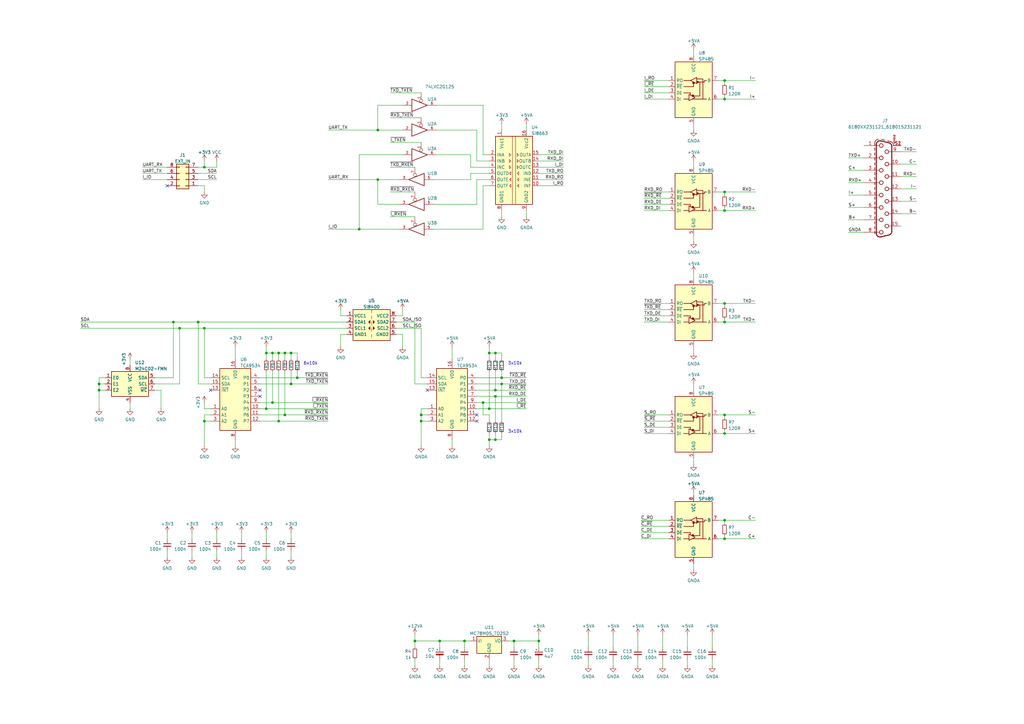
<source format=kicad_sch>
(kicad_sch (version 20211123) (generator eeschema)
  (paper "A3")
  (title_block (title "icE1usb RS422 extension") (date "2022-08-15") (rev "0.1"))
  (junction (at 83.82 172.72))
  (junction (at 190.5 262.89))
  (junction (at 297.18 177.8))
  (junction (at 297.18 124.46))
  (junction (at 297.18 170.18))
  (junction (at 210.82 262.89))
  (junction (at 116.84 144.78))
  (junction (at 40.64 160.02))
  (junction (at 116.84 170.18))
  (junction (at 297.18 213.36))
  (junction (at 73.66 134.62))
  (junction (at 119.38 144.78))
  (junction (at 147.32 93.98))
  (junction (at 205.74 157.48))
  (junction (at 297.18 132.08))
  (junction (at 172.72 170.18))
  (junction (at 200.66 180.34))
  (junction (at 109.22 144.78))
  (junction (at 297.18 40.64))
  (junction (at 203.2 162.56))
  (junction (at 83.82 68.58))
  (junction (at 203.2 160.02))
  (junction (at 200.66 144.78))
  (junction (at 109.22 167.64))
  (junction (at 40.64 157.48))
  (junction (at 170.18 262.89))
  (junction (at 297.18 78.74))
  (junction (at 119.38 157.48))
  (junction (at 203.2 180.34))
  (junction (at 71.12 132.08))
  (junction (at 297.18 220.98))
  (junction (at 114.3 144.78))
  (junction (at 121.92 154.94))
  (junction (at 297.18 33.02))
  (junction (at 200.66 167.64))
  (junction (at 154.94 53.34))
  (junction (at 111.76 144.78))
  (junction (at 220.98 262.89))
  (junction (at 198.12 165.1))
  (junction (at 154.94 73.66))
  (junction (at 111.76 165.1))
  (junction (at 81.28 132.08))
  (junction (at 297.18 86.36))
  (junction (at 203.2 144.78))
  (junction (at 205.74 154.94))
  (junction (at 114.3 172.72))
  (junction (at 180.34 262.89))
  (junction (at 83.82 134.62))
  (junction (at 172.72 172.72))
  (no_connect (at 86.36 160.02))
  (no_connect (at 175.26 160.02))
  (no_connect (at 68.58 76.2))
  (no_connect (at 106.68 162.56))
  (no_connect (at 106.68 160.02))
  (no_connect (at 195.58 170.18))
  (no_connect (at 195.58 172.72))
  (wire (pts (xy 73.66 157.48) (xy 73.66 134.62)))
  (wire (pts (xy 200.66 152.4) (xy 200.66 167.64)))
  (wire (pts (xy 294.64 124.46) (xy 297.18 124.46)))
  (wire (pts (xy 160.02 58.42) (xy 172.72 58.42)))
  (wire (pts (xy 198.12 76.2) (xy 200.66 76.2)))
  (wire (pts (xy 195.58 83.82) (xy 195.58 73.66)))
  (wire (pts (xy 170.18 262.89) (xy 170.18 265.43)))
  (wire (pts (xy 78.74 218.44) (xy 78.74 220.98)))
  (wire (pts (xy 264.16 129.54) (xy 274.32 129.54)))
  (wire (pts (xy 83.82 76.2) (xy 83.82 78.74)))
  (wire (pts (xy 193.04 63.5) (xy 193.04 68.58)))
  (wire (pts (xy 294.64 33.02) (xy 297.18 33.02)))
  (wire (pts (xy 210.82 270.51) (xy 210.82 273.05)))
  (wire (pts (xy 297.18 85.09) (xy 297.18 86.36)))
  (wire (pts (xy 88.9 226.06) (xy 88.9 228.6)))
  (wire (pts (xy 369.57 62.23) (xy 375.92 62.23)))
  (wire (pts (xy 114.3 172.72) (xy 134.62 172.72)))
  (wire (pts (xy 297.18 39.37) (xy 297.18 40.64)))
  (wire (pts (xy 116.84 152.4) (xy 116.84 170.18)))
  (wire (pts (xy 81.28 73.66) (xy 88.9 73.66)))
  (wire (pts (xy 180.34 262.89) (xy 190.5 262.89)))
  (wire (pts (xy 264.16 172.72) (xy 274.32 172.72)))
  (wire (pts (xy 83.82 134.62) (xy 83.82 154.94)))
  (wire (pts (xy 88.9 218.44) (xy 88.9 220.98)))
  (wire (pts (xy 172.72 134.62) (xy 162.56 134.62)))
  (wire (pts (xy 162.56 132.08) (xy 170.18 132.08)))
  (wire (pts (xy 210.82 262.89) (xy 210.82 265.43)))
  (wire (pts (xy 119.38 226.06) (xy 119.38 228.6)))
  (wire (pts (xy 264.16 38.1) (xy 274.32 38.1)))
  (wire (pts (xy 200.66 180.34) (xy 200.66 182.88)))
  (wire (pts (xy 284.48 142.24) (xy 284.48 144.78)))
  (wire (pts (xy 205.74 157.48) (xy 215.9 157.48)))
  (wire (pts (xy 119.38 144.78) (xy 121.92 144.78)))
  (wire (pts (xy 215.9 86.36) (xy 215.9 88.9)))
  (wire (pts (xy 284.48 50.8) (xy 284.48 53.34)))
  (wire (pts (xy 162.56 137.16) (xy 165.1 137.16)))
  (wire (pts (xy 200.66 270.51) (xy 200.66 273.05)))
  (wire (pts (xy 119.38 144.78) (xy 119.38 147.32)))
  (wire (pts (xy 264.16 83.82) (xy 274.32 83.82)))
  (wire (pts (xy 264.16 35.56) (xy 274.32 35.56)))
  (wire (pts (xy 40.64 157.48) (xy 40.64 160.02)))
  (wire (pts (xy 81.28 132.08) (xy 142.24 132.08)))
  (wire (pts (xy 111.76 165.1) (xy 134.62 165.1)))
  (wire (pts (xy 172.72 172.72) (xy 172.72 182.88)))
  (wire (pts (xy 68.58 218.44) (xy 68.58 220.98)))
  (wire (pts (xy 154.94 83.82) (xy 163.83 83.82)))
  (wire (pts (xy 210.82 262.89) (xy 220.98 262.89)))
  (wire (pts (xy 81.28 71.12) (xy 88.9 71.12)))
  (wire (pts (xy 264.16 177.8) (xy 274.32 177.8)))
  (wire (pts (xy 241.3 260.35) (xy 241.3 265.43)))
  (wire (pts (xy 297.18 33.02) (xy 309.88 33.02)))
  (wire (pts (xy 292.1 270.51) (xy 292.1 273.05)))
  (wire (pts (xy 262.89 220.98) (xy 274.32 220.98)))
  (wire (pts (xy 198.12 165.1) (xy 215.9 165.1)))
  (wire (pts (xy 81.28 68.58) (xy 83.82 68.58)))
  (wire (pts (xy 114.3 144.78) (xy 114.3 147.32)))
  (wire (pts (xy 71.12 132.08) (xy 81.28 132.08)))
  (wire (pts (xy 347.98 90.17) (xy 354.33 90.17)))
  (wire (pts (xy 185.42 142.24) (xy 185.42 147.32)))
  (wire (pts (xy 284.48 203.2) (xy 284.48 201.93)))
  (wire (pts (xy 160.02 48.26) (xy 172.72 48.26)))
  (wire (pts (xy 172.72 154.94) (xy 172.72 134.62)))
  (wire (pts (xy 109.22 144.78) (xy 111.76 144.78)))
  (wire (pts (xy 294.64 177.8) (xy 297.18 177.8)))
  (wire (pts (xy 83.82 170.18) (xy 86.36 170.18)))
  (wire (pts (xy 116.84 144.78) (xy 119.38 144.78)))
  (wire (pts (xy 205.74 177.8) (xy 205.74 180.34)))
  (wire (pts (xy 195.58 162.56) (xy 203.2 162.56)))
  (wire (pts (xy 170.18 132.08) (xy 170.18 157.48)))
  (wire (pts (xy 200.66 144.78) (xy 200.66 147.32)))
  (wire (pts (xy 53.34 165.1) (xy 53.34 167.64)))
  (wire (pts (xy 220.98 262.89) (xy 220.98 265.43)))
  (wire (pts (xy 106.68 157.48) (xy 119.38 157.48)))
  (wire (pts (xy 297.18 78.74) (xy 309.88 78.74)))
  (wire (pts (xy 262.89 218.44) (xy 274.32 218.44)))
  (wire (pts (xy 220.98 68.58) (xy 231.14 68.58)))
  (wire (pts (xy 203.2 144.78) (xy 203.2 147.32)))
  (wire (pts (xy 154.94 43.18) (xy 165.1 43.18)))
  (wire (pts (xy 175.26 154.94) (xy 172.72 154.94)))
  (wire (pts (xy 264.16 33.02) (xy 274.32 33.02)))
  (wire (pts (xy 294.64 213.36) (xy 297.18 213.36)))
  (wire (pts (xy 203.2 162.56) (xy 215.9 162.56)))
  (wire (pts (xy 109.22 152.4) (xy 109.22 167.64)))
  (wire (pts (xy 109.22 142.24) (xy 109.22 144.78)))
  (wire (pts (xy 215.9 50.8) (xy 215.9 53.34)))
  (wire (pts (xy 170.18 260.35) (xy 170.18 262.89)))
  (wire (pts (xy 190.5 262.89) (xy 190.5 265.43)))
  (wire (pts (xy 193.04 71.12) (xy 193.04 73.66)))
  (wire (pts (xy 185.42 180.34) (xy 185.42 182.88)))
  (wire (pts (xy 195.58 160.02) (xy 203.2 160.02)))
  (wire (pts (xy 195.58 157.48) (xy 205.74 157.48)))
  (wire (pts (xy 297.18 177.8) (xy 309.88 177.8)))
  (wire (pts (xy 170.18 262.89) (xy 180.34 262.89)))
  (wire (pts (xy 43.18 154.94) (xy 40.64 154.94)))
  (wire (pts (xy 200.66 177.8) (xy 200.66 180.34)))
  (wire (pts (xy 347.98 95.25) (xy 354.33 95.25)))
  (wire (pts (xy 294.64 170.18) (xy 297.18 170.18)))
  (wire (pts (xy 297.18 176.53) (xy 297.18 177.8)))
  (wire (pts (xy 58.42 68.58) (xy 68.58 68.58)))
  (wire (pts (xy 200.66 63.5) (xy 198.12 63.5)))
  (wire (pts (xy 134.62 93.98) (xy 147.32 93.98)))
  (wire (pts (xy 71.12 154.94) (xy 71.12 132.08)))
  (wire (pts (xy 40.64 157.48) (xy 43.18 157.48)))
  (wire (pts (xy 297.18 124.46) (xy 297.18 125.73)))
  (wire (pts (xy 119.38 218.44) (xy 119.38 220.98)))
  (wire (pts (xy 109.22 144.78) (xy 109.22 147.32)))
  (wire (pts (xy 284.48 187.96) (xy 284.48 190.5)))
  (wire (pts (xy 264.16 78.74) (xy 274.32 78.74)))
  (wire (pts (xy 179.07 53.34) (xy 195.58 53.34)))
  (wire (pts (xy 297.18 78.74) (xy 297.18 80.01)))
  (wire (pts (xy 86.36 157.48) (xy 81.28 157.48)))
  (wire (pts (xy 81.28 76.2) (xy 83.82 76.2)))
  (wire (pts (xy 271.78 270.51) (xy 271.78 273.05)))
  (wire (pts (xy 220.98 66.04) (xy 231.14 66.04)))
  (wire (pts (xy 154.94 73.66) (xy 163.83 73.66)))
  (wire (pts (xy 180.34 270.51) (xy 180.34 273.05)))
  (wire (pts (xy 198.12 165.1) (xy 198.12 170.18)))
  (wire (pts (xy 297.18 132.08) (xy 309.88 132.08)))
  (wire (pts (xy 195.58 53.34) (xy 195.58 66.04)))
  (wire (pts (xy 208.28 262.89) (xy 210.82 262.89)))
  (wire (pts (xy 121.92 147.32) (xy 121.92 144.78)))
  (wire (pts (xy 106.68 154.94) (xy 121.92 154.94)))
  (wire (pts (xy 154.94 73.66) (xy 154.94 83.82)))
  (wire (pts (xy 190.5 262.89) (xy 193.04 262.89)))
  (wire (pts (xy 99.06 226.06) (xy 99.06 228.6)))
  (wire (pts (xy 179.07 63.5) (xy 193.04 63.5)))
  (wire (pts (xy 177.8 83.82) (xy 195.58 83.82)))
  (wire (pts (xy 264.16 86.36) (xy 274.32 86.36)))
  (wire (pts (xy 33.02 134.62) (xy 73.66 134.62)))
  (wire (pts (xy 83.82 134.62) (xy 142.24 134.62)))
  (wire (pts (xy 297.18 86.36) (xy 309.88 86.36)))
  (wire (pts (xy 294.64 78.74) (xy 297.18 78.74)))
  (wire (pts (xy 205.74 86.36) (xy 205.74 88.9)))
  (wire (pts (xy 73.66 134.62) (xy 83.82 134.62)))
  (wire (pts (xy 78.74 226.06) (xy 78.74 228.6)))
  (wire (pts (xy 53.34 147.32) (xy 53.34 149.86)))
  (wire (pts (xy 294.64 40.64) (xy 297.18 40.64)))
  (wire (pts (xy 261.62 270.51) (xy 261.62 273.05)))
  (wire (pts (xy 81.28 132.08) (xy 81.28 157.48)))
  (wire (pts (xy 261.62 260.35) (xy 261.62 265.43)))
  (wire (pts (xy 203.2 144.78) (xy 205.74 144.78)))
  (wire (pts (xy 284.48 111.76) (xy 284.48 114.3)))
  (wire (pts (xy 83.82 172.72) (xy 83.82 170.18)))
  (wire (pts (xy 271.78 260.35) (xy 271.78 265.43)))
  (wire (pts (xy 165.1 127) (xy 165.1 129.54)))
  (wire (pts (xy 203.2 162.56) (xy 203.2 172.72)))
  (wire (pts (xy 114.3 144.78) (xy 116.84 144.78)))
  (wire (pts (xy 220.98 270.51) (xy 220.98 273.05)))
  (wire (pts (xy 83.82 66.04) (xy 83.82 68.58)))
  (wire (pts (xy 284.48 157.48) (xy 284.48 160.02)))
  (wire (pts (xy 262.89 213.36) (xy 274.32 213.36)))
  (wire (pts (xy 175.26 167.64) (xy 172.72 167.64)))
  (wire (pts (xy 40.64 154.94) (xy 40.64 157.48)))
  (wire (pts (xy 294.64 132.08) (xy 297.18 132.08)))
  (wire (pts (xy 284.48 20.32) (xy 284.48 22.86)))
  (wire (pts (xy 147.32 63.5) (xy 147.32 93.98)))
  (wire (pts (xy 99.06 218.44) (xy 99.06 220.98)))
  (wire (pts (xy 83.82 172.72) (xy 86.36 172.72)))
  (wire (pts (xy 200.66 144.78) (xy 203.2 144.78)))
  (wire (pts (xy 172.72 167.64) (xy 172.72 170.18)))
  (wire (pts (xy 83.82 182.88) (xy 83.82 172.72)))
  (wire (pts (xy 205.74 152.4) (xy 205.74 154.94)))
  (wire (pts (xy 262.89 215.9) (xy 274.32 215.9)))
  (wire (pts (xy 165.1 137.16) (xy 165.1 142.24)))
  (wire (pts (xy 281.94 270.51) (xy 281.94 273.05)))
  (wire (pts (xy 139.7 129.54) (xy 139.7 127)))
  (wire (pts (xy 179.07 43.18) (xy 198.12 43.18)))
  (wire (pts (xy 63.5 157.48) (xy 73.66 157.48)))
  (wire (pts (xy 205.74 154.94) (xy 215.9 154.94)))
  (wire (pts (xy 203.2 180.34) (xy 200.66 180.34)))
  (wire (pts (xy 83.82 165.1) (xy 83.82 167.64)))
  (wire (pts (xy 369.57 77.47) (xy 375.92 77.47)))
  (wire (pts (xy 195.58 165.1) (xy 198.12 165.1)))
  (wire (pts (xy 134.62 73.66) (xy 154.94 73.66)))
  (wire (pts (xy 220.98 260.35) (xy 220.98 262.89)))
  (wire (pts (xy 203.2 177.8) (xy 203.2 180.34)))
  (wire (pts (xy 119.38 157.48) (xy 134.62 157.48)))
  (wire (pts (xy 347.98 85.09) (xy 354.33 85.09)))
  (wire (pts (xy 203.2 152.4) (xy 203.2 160.02)))
  (wire (pts (xy 284.48 96.52) (xy 284.48 99.06)))
  (wire (pts (xy 106.68 167.64) (xy 109.22 167.64)))
  (wire (pts (xy 264.16 175.26) (xy 274.32 175.26)))
  (wire (pts (xy 83.82 68.58) (xy 88.9 68.58)))
  (wire (pts (xy 111.76 152.4) (xy 111.76 165.1)))
  (wire (pts (xy 160.02 88.9) (xy 170.18 88.9)))
  (wire (pts (xy 106.68 170.18) (xy 116.84 170.18)))
  (wire (pts (xy 170.18 270.51) (xy 170.18 273.05)))
  (wire (pts (xy 154.94 43.18) (xy 154.94 53.34)))
  (wire (pts (xy 297.18 124.46) (xy 309.88 124.46)))
  (wire (pts (xy 180.34 262.89) (xy 180.34 265.43)))
  (wire (pts (xy 121.92 152.4) (xy 121.92 154.94)))
  (wire (pts (xy 106.68 165.1) (xy 111.76 165.1)))
  (wire (pts (xy 63.5 154.94) (xy 71.12 154.94)))
  (wire (pts (xy 116.84 170.18) (xy 134.62 170.18)))
  (wire (pts (xy 172.72 170.18) (xy 175.26 170.18)))
  (wire (pts (xy 193.04 68.58) (xy 200.66 68.58)))
  (wire (pts (xy 40.64 160.02) (xy 40.64 167.64)))
  (wire (pts (xy 165.1 129.54) (xy 162.56 129.54)))
  (wire (pts (xy 297.18 213.36) (xy 297.18 214.63)))
  (wire (pts (xy 139.7 137.16) (xy 139.7 142.24)))
  (wire (pts (xy 205.74 50.8) (xy 205.74 53.34)))
  (wire (pts (xy 297.18 170.18) (xy 309.88 170.18)))
  (wire (pts (xy 190.5 270.51) (xy 190.5 273.05)))
  (wire (pts (xy 116.84 144.78) (xy 116.84 147.32)))
  (wire (pts (xy 264.16 170.18) (xy 274.32 170.18)))
  (wire (pts (xy 195.58 73.66) (xy 200.66 73.66)))
  (wire (pts (xy 195.58 66.04) (xy 200.66 66.04)))
  (wire (pts (xy 96.52 180.34) (xy 96.52 182.88)))
  (wire (pts (xy 369.57 82.55) (xy 375.92 82.55)))
  (wire (pts (xy 264.16 124.46) (xy 274.32 124.46)))
  (wire (pts (xy 147.32 63.5) (xy 165.1 63.5)))
  (wire (pts (xy 200.66 170.18) (xy 198.12 170.18)))
  (wire (pts (xy 292.1 260.35) (xy 292.1 265.43)))
  (wire (pts (xy 294.64 86.36) (xy 297.18 86.36)))
  (wire (pts (xy 297.18 130.81) (xy 297.18 132.08)))
  (wire (pts (xy 264.16 40.64) (xy 274.32 40.64)))
  (wire (pts (xy 109.22 167.64) (xy 134.62 167.64)))
  (wire (pts (xy 40.64 160.02) (xy 43.18 160.02)))
  (wire (pts (xy 66.04 160.02) (xy 66.04 167.64)))
  (wire (pts (xy 109.22 218.44) (xy 109.22 220.98)))
  (wire (pts (xy 205.74 157.48) (xy 205.74 172.72)))
  (wire (pts (xy 369.57 87.63) (xy 375.92 87.63)))
  (wire (pts (xy 160.02 38.1) (xy 172.72 38.1)))
  (wire (pts (xy 284.48 66.04) (xy 284.48 68.58)))
  (wire (pts (xy 96.52 142.24) (xy 96.52 147.32)))
  (wire (pts (xy 294.64 220.98) (xy 297.18 220.98)))
  (wire (pts (xy 58.42 71.12) (xy 68.58 71.12)))
  (wire (pts (xy 86.36 154.94) (xy 83.82 154.94)))
  (wire (pts (xy 195.58 167.64) (xy 200.66 167.64)))
  (wire (pts (xy 172.72 170.18) (xy 172.72 172.72)))
  (wire (pts (xy 119.38 152.4) (xy 119.38 157.48)))
  (wire (pts (xy 114.3 152.4) (xy 114.3 172.72)))
  (wire (pts (xy 297.18 40.64) (xy 309.88 40.64)))
  (wire (pts (xy 264.16 127) (xy 274.32 127)))
  (wire (pts (xy 33.02 132.08) (xy 71.12 132.08)))
  (wire (pts (xy 198.12 93.98) (xy 198.12 76.2)))
  (wire (pts (xy 297.18 33.02) (xy 297.18 34.29)))
  (wire (pts (xy 83.82 167.64) (xy 86.36 167.64)))
  (wire (pts (xy 347.98 64.77) (xy 354.33 64.77)))
  (wire (pts (xy 177.8 93.98) (xy 198.12 93.98)))
  (wire (pts (xy 281.94 260.35) (xy 281.94 265.43)))
  (wire (pts (xy 220.98 76.2) (xy 231.14 76.2)))
  (wire (pts (xy 347.98 74.93) (xy 354.33 74.93)))
  (wire (pts (xy 284.48 231.14) (xy 284.48 233.68)))
  (wire (pts (xy 88.9 66.04) (xy 88.9 68.58)))
  (wire (pts (xy 251.46 270.51) (xy 251.46 273.05)))
  (wire (pts (xy 63.5 160.02) (xy 66.04 160.02)))
  (wire (pts (xy 347.98 69.85) (xy 354.33 69.85)))
  (wire (pts (xy 106.68 172.72) (xy 114.3 172.72)))
  (wire (pts (xy 347.98 80.01) (xy 354.33 80.01)))
  (wire (pts (xy 195.58 154.94) (xy 205.74 154.94)))
  (wire (pts (xy 369.57 67.31) (xy 375.92 67.31)))
  (wire (pts (xy 297.18 170.18) (xy 297.18 171.45)))
  (wire (pts (xy 111.76 144.78) (xy 114.3 144.78)))
  (wire (pts (xy 142.24 129.54) (xy 139.7 129.54)))
  (wire (pts (xy 154.94 53.34) (xy 165.1 53.34)))
  (wire (pts (xy 220.98 73.66) (xy 231.14 73.66)))
  (wire (pts (xy 220.98 71.12) (xy 231.14 71.12)))
  (wire (pts (xy 200.66 167.64) (xy 215.9 167.64)))
  (wire (pts (xy 147.32 93.98) (xy 163.83 93.98)))
  (wire (pts (xy 251.46 260.35) (xy 251.46 265.43)))
  (wire (pts (xy 220.98 63.5) (xy 231.14 63.5)))
  (wire (pts (xy 297.18 213.36) (xy 309.88 213.36)))
  (wire (pts (xy 369.57 72.39) (xy 375.92 72.39)))
  (wire (pts (xy 170.18 157.48) (xy 175.26 157.48)))
  (wire (pts (xy 297.18 220.98) (xy 309.88 220.98)))
  (wire (pts (xy 111.76 144.78) (xy 111.76 147.32)))
  (wire (pts (xy 203.2 180.34) (xy 205.74 180.34)))
  (wire (pts (xy 68.58 226.06) (xy 68.58 228.6)))
  (wire (pts (xy 177.8 73.66) (xy 193.04 73.66)))
  (wire (pts (xy 109.22 226.06) (xy 109.22 228.6)))
  (wire (pts (xy 264.16 132.08) (xy 274.32 132.08)))
  (wire (pts (xy 200.66 172.72) (xy 200.66 170.18)))
  (wire (pts (xy 241.3 270.51) (xy 241.3 273.05)))
  (wire (pts (xy 160.02 78.74) (xy 170.18 78.74)))
  (wire (pts (xy 205.74 144.78) (xy 205.74 147.32)))
  (wire (pts (xy 172.72 172.72) (xy 175.26 172.72)))
  (wire (pts (xy 200.66 142.24) (xy 200.66 144.78)))
  (wire (pts (xy 200.66 71.12) (xy 193.04 71.12)))
  (wire (pts (xy 203.2 160.02) (xy 215.9 160.02)))
  (wire (pts (xy 58.42 73.66) (xy 68.58 73.66)))
  (wire (pts (xy 121.92 154.94) (xy 134.62 154.94)))
  (wire (pts (xy 264.16 81.28) (xy 274.32 81.28)))
  (wire (pts (xy 134.62 53.34) (xy 154.94 53.34)))
  (wire (pts (xy 297.18 220.98) (xy 297.18 219.71)))
  (wire (pts (xy 198.12 63.5) (xy 198.12 43.18)))
  (wire (pts (xy 142.24 137.16) (xy 139.7 137.16)))
  (wire (pts (xy 160.02 68.58) (xy 170.18 68.58)))
  (text "6x10k" (at 124.46 149.86 0) (effects (font (size 1.27 1.27)) (justify left bottom)))
  (text "3x10k" (at 208.28 177.8 0) (effects (font (size 1.27 1.27)) (justify left bottom)))
  (text "3x10k" (at 208.28 149.86 0) (effects (font (size 1.27 1.27)) (justify left bottom)))
  (label "TXD_DI" (at 264.16 132.08 0))
  (label "~{TXD_TXEN}" (at 160.02 38.1 0))
  (label "TXD+" (at 347.98 64.77 0))
  (label "C_DE" (at 262.89 218.44 0))
  (label "S+" (at 309.88 177.8 180))
  (label "SCL" (at 88.9 73.66 180))
  (label "SDA" (at 88.9 71.12 180))
  (label "C-" (at 375.92 67.31 180))
  (label "S_RO" (at 264.16 170.18 0))
  (label "RXD_DI" (at 264.16 86.36 0))
  (label "B+" (at 347.98 90.17 0))
  (label "~{TXD_TXEN}" (at 134.62 157.48 180))
  (label "GNDA" (at 347.98 95.25 0))
  (label "UART_TX" (at 134.62 53.34 0))
  (label "TXD_DI" (at 231.14 63.5 180))
  (label "UART_RX" (at 58.42 68.58 0))
  (label "RXD_RO" (at 231.14 73.66 180))
  (label "S_DE" (at 264.16 175.26 0))
  (label "RXD-" (at 309.88 78.74 180))
  (label "~{C_RE}" (at 262.89 215.9 0))
  (label "SCL_ISO" (at 165.1 134.62 0))
  (label "S-" (at 375.92 82.55 180))
  (label "~{I_TXEN}" (at 160.02 58.42 0))
  (label "C+" (at 347.98 69.85 0))
  (label "~{RXD_TXEN}" (at 160.02 48.26 0))
  (label "C+" (at 309.88 220.98 180))
  (label "RXD_DI" (at 231.14 66.04 180))
  (label "~{RXD_RE}" (at 215.9 160.02 180))
  (label "~{RXD_TXEN}" (at 134.62 172.72 180))
  (label "~{RXD_RXEN}" (at 134.62 170.18 180))
  (label "I_RO" (at 264.16 33.02 0))
  (label "RXD_RO" (at 264.16 78.74 0))
  (label "S_DI" (at 264.16 177.8 0))
  (label "SDA_ISO" (at 165.1 132.08 0))
  (label "~{I_TXEN}" (at 134.62 167.64 180))
  (label "~{I_RE}" (at 264.16 35.56 0))
  (label "~{TXD_RXEN}" (at 134.62 154.94 180))
  (label "TXD-" (at 375.92 62.23 180))
  (label "B-" (at 375.92 87.63 180))
  (label "C-" (at 309.88 213.36 180))
  (label "~{RXD_RE}" (at 264.16 81.28 0))
  (label "~{S_RE}" (at 264.16 172.72 0))
  (label "~{TXD_RXEN}" (at 160.02 68.58 0))
  (label "UART_TX" (at 58.42 71.12 0))
  (label "TXD_RO" (at 231.14 71.12 180))
  (label "RXD+" (at 347.98 74.93 0))
  (label "C_RO" (at 262.89 213.36 0))
  (label "~{I_RXEN}" (at 134.62 165.1 180))
  (label "SCL" (at 33.02 134.62 0))
  (label "SDA" (at 33.02 132.08 0))
  (label "RXD+" (at 309.88 86.36 180))
  (label "RXD-" (at 375.92 72.39 180))
  (label "~{TXD_RE}" (at 264.16 127 0))
  (label "UART_RX" (at 134.62 73.66 0))
  (label "I-" (at 309.88 33.02 180))
  (label "TXD+" (at 309.88 132.08 180))
  (label "I_DI" (at 231.14 68.58 180))
  (label "TXD-" (at 309.88 124.46 180))
  (label "TXD_DE" (at 264.16 129.54 0))
  (label "S-" (at 309.88 170.18 180))
  (label "I_IO" (at 134.62 93.98 0))
  (label "I+" (at 309.88 40.64 180))
  (label "~{I_RE}" (at 215.9 167.64 180))
  (label "C_DI" (at 262.89 220.98 0))
  (label "I+" (at 347.98 80.01 0))
  (label "RXD_DE" (at 215.9 162.56 180))
  (label "I_DE" (at 215.9 165.1 180))
  (label "~{I_RXEN}" (at 160.02 88.9 0))
  (label "I_RO" (at 231.14 76.2 180))
  (label "RXD_DE" (at 264.16 83.82 0))
  (label "TXD_RO" (at 264.16 124.46 0))
  (label "I-" (at 375.92 77.47 180))
  (label "I_DE" (at 264.16 38.1 0))
  (label "I_DI" (at 264.16 40.64 0))
  (label "I_IO" (at 58.42 73.66 0))
  (label "S+" (at 347.98 85.09 0))
  (label "~{RXD_RXEN}" (at 160.02 78.74 0))
  (label "TXD_DE" (at 215.9 157.48 180))
  (label "~{TXD_RE}" (at 215.9 154.94 180))
  (symbol (lib_id "power:+3V3") (at 205.74 50.8 0) (unit 1)
    (property "Reference" "#PWR04" (effects hide))
    (property "Value" "+3V3" (at 205.74 47.2242 0))
  )
  (symbol (lib_id "power:+5VA") (at 251.46 260.35 0) (unit 1)
    (property "Reference" "#PWR042" (effects hide))
    (property "Value" "+5VA" (at 251.46 256.7742 0))
  )
  (symbol (lib_id "power:+3V3") (at 83.82 165.1 0) (unit 1)
    (property "Reference" "#PWR014" (effects hide))
    (property "Value" "+3V3" (at 81.28 165.1 90))
  )
  (symbol (lib_id "Device:R_Small") (at 203.2 175.26 0) (mirror y) (unit 1)
    (property "Reference" "R15" (at 203.2 175.26 90))
    (property "Value" "10k" (effects hide))
    (property "Footprint" "Resistor_SMD:R_0603_1608Metric" (effects hide))
  )
  (symbol (lib_id "Device:C_Small") (at 261.62 267.97 0) (unit 1)
    (property "Reference" "C13" (at 259.2959 267.1416 0) (effects (justify right)))
    (property "Value" "100n" (at 259.2959 269.6785 0) (effects (justify right)))
    (property "Footprint" "Capacitor_SMD:C_0603_1608Metric" (effects hide))
  )
  (symbol (lib_id "power:GNDA") (at 284.48 144.78 0) (unit 1)
    (property "Reference" "#PWR024" (effects hide))
    (property "Value" "GNDA" (at 284.48 149.2234 0))
  )
  (symbol (lib_id "74xGxx:74LVC2G125") (at 172.72 43.18 0) (unit 1)
    (property "Reference" "U1" (at 175.26 40.64 0) (effects (justify left)))
    (property "Value" "74LVC2G125" (at 180.34 35.56 0))
    (property "Footprint" "Package_SO:TSSOP-8_3x3mm_P0.65mm" (effects hide))
    (property "Datasheet" "http://www.ti.com/lit/sg/scyt129e/scyt129e.pdf" (effects hide))
  )
  (symbol (lib_id "power:GNDA") (at 284.48 99.06 0) (unit 1)
    (property "Reference" "#PWR022" (effects hide))
    (property "Value" "GNDA" (at 284.48 103.5034 0))
  )
  (symbol (lib_id "74xGxx:74LVC2G125") (at 170.18 73.66 0) (mirror y) (unit 2)
    (property "Reference" "U1" (at 175.26 71.12 0) (effects (justify right)))
    (property "Value" "74LVC2G125" (effects hide))
    (property "Footprint" "Package_SO:TSSOP-8_3x3mm_P0.65mm" (effects hide))
    (property "Datasheet" "http://www.ti.com/lit/sg/scyt129e/scyt129e.pdf" (effects hide))
  )
  (symbol (lib_id "Memory_EEPROM:M24C02-FMN") (at 53.34 157.48 0) (unit 1)
    (property "Reference" "U12" (at 55.3594 148.7002 0) (effects (justify left)))
    (property "Value" "M24C02-FMN" (at 55.3594 151.2371 0) (effects (justify left)))
    (property "Footprint" "Package_SO:SOIC-8_3.9x4.9mm_P1.27mm" (effects hide))
    (property "Datasheet" "http://www.st.com/content/ccc/resource/technical/document/datasheet/b0/d8/50/40/5a/85/49/6f/DM00071904.pdf/files/DM00071904.pdf/jcr:content/translations/en.DM00071904.pdf" (effects hide))
  )
  (symbol (lib_id "Device:R_Small") (at 170.18 267.97 0) (mirror y) (unit 1)
    (property "Reference" "R4" (at 168.6814 267.1353 0) (effects (justify left)))
    (property "Value" "1k" (at 168.6814 269.6722 0) (effects (justify left)))
    (property "Footprint" "Resistor_SMD:R_0603_1608Metric" (effects hide))
  )
  (symbol (lib_id "Device:C_Small") (at 88.9 223.52 0) (unit 1)
    (property "Reference" "C3" (at 86.5759 222.6916 0) (effects (justify right)))
    (property "Value" "100n" (at 86.5759 225.2285 0) (effects (justify right)))
    (property "Footprint" "Capacitor_SMD:C_0603_1608Metric" (effects hide))
  )
  (symbol (lib_id "power:GND") (at 53.34 167.64 0) (unit 1)
    (property "Reference" "#PWR0102" (effects hide))
    (property "Value" "GND" (at 53.34 172.0834 0))
  )
  (symbol (lib_id "power:GNDA") (at 200.66 273.05 0) (unit 1)
    (property "Reference" "#PWR049" (effects hide))
    (property "Value" "GNDA" (at 200.66 277.4934 0))
  )
  (symbol (lib_id "power:+3V3") (at 99.06 218.44 0) (unit 1)
    (property "Reference" "#PWR030" (effects hide))
    (property "Value" "+3V3" (at 99.06 214.8642 0))
  )
  (symbol (lib_id "power:+3V3") (at 119.38 218.44 0) (unit 1)
    (property "Reference" "#PWR032" (effects hide))
    (property "Value" "+3V3" (at 119.38 214.8642 0))
  )
  (symbol (lib_id "power:+3V3") (at 139.7 127 0) (unit 1)
    (property "Reference" "#PWR08" (effects hide))
    (property "Value" "+3V3" (at 139.7 123.4242 0))
  )
  (symbol (lib_id "Connector_Generic:Conn_02x04_Odd_Even") (at 76.2 73.66 180) (unit 1)
    (property "Reference" "J1" (at 74.93 63.6102 0))
    (property "Value" "EXT_IN" (at 74.93 66.1471 0))
    (property "Footprint" "Connector_PinSocket_2.54mm:PinSocket_2x04_P2.54mm_Vertical" (effects hide))
  )
  (symbol (lib_id "power:+5VA") (at 284.48 111.76 0) (unit 1)
    (property "Reference" "#PWR023" (effects hide))
    (property "Value" "+5VA" (at 284.48 108.1842 0))
  )
  (symbol (lib_id "Device:R_Small") (at 205.74 149.86 0) (mirror y) (unit 1)
    (property "Reference" "R13" (at 205.74 149.86 90))
    (property "Value" "10k" (effects hide))
    (property "Footprint" "Resistor_SMD:R_0603_1608Metric" (effects hide))
  )
  (symbol (lib_id "Device:C_Small") (at 68.58 223.52 0) (unit 1)
    (property "Reference" "C1" (at 66.2559 222.6916 0) (effects (justify right)))
    (property "Value" "100n" (at 66.2559 225.2285 0) (effects (justify right)))
    (property "Footprint" "Capacitor_SMD:C_0603_1608Metric" (effects hide))
  )
  (symbol (lib_id "power:GNDA") (at 190.5 273.05 0) (unit 1)
    (property "Reference" "#PWR048" (effects hide))
    (property "Value" "GNDA" (at 190.5 277.4934 0))
  )
  (symbol (lib_id "power:GNDA") (at 170.18 273.05 0) (unit 1)
    (property "Reference" "#PWR061" (effects hide))
    (property "Value" "GNDA" (at 170.18 277.4934 0))
  )
  (symbol (lib_id "Device:C_Small") (at 271.78 267.97 0) (unit 1)
    (property "Reference" "C14" (at 269.4559 267.1416 0) (effects (justify right)))
    (property "Value" "100n" (at 269.4559 269.6785 0) (effects (justify right)))
    (property "Footprint" "Capacitor_SMD:C_0603_1608Metric" (effects hide))
  )
  (symbol (lib_id "Interface_Expansion:TCA9534") (at 185.42 162.56 0) (unit 1)
    (property "Reference" "U7" (at 187.4394 147.4302 0) (effects (justify left)))
    (property "Value" "TCA9534" (at 187.4394 149.9671 0) (effects (justify left)))
    (property "Footprint" "Package_SO:SOIC-16W_7.5x10.3mm_P1.27mm" (effects hide))
    (property "Datasheet" "http://www.ti.com/lit/ds/symlink/tca9534.pdf" (effects hide))
  )
  (symbol (lib_id "power:GND") (at 83.82 78.74 0) (unit 1)
    (property "Reference" "#PWR03" (effects hide))
    (property "Value" "GND" (at 83.82 83.1834 0))
  )
  (symbol (lib_id "Device:R_Small") (at 109.22 149.86 0) (mirror y) (unit 1)
    (property "Reference" "R5" (at 109.22 149.86 90))
    (property "Value" "10k" (effects hide))
    (property "Footprint" "Resistor_SMD:R_0603_1608Metric" (effects hide))
  )
  (symbol (lib_id "power:GND") (at 109.22 228.6 0) (unit 1)
    (property "Reference" "#PWR037" (effects hide))
    (property "Value" "GND" (at 109.22 233.0434 0))
  )
  (symbol (lib_id "power:GND") (at 88.9 228.6 0) (unit 1)
    (property "Reference" "#PWR035" (effects hide))
    (property "Value" "GND" (at 88.9 233.0434 0))
  )
  (symbol (lib_id "power:+5VA") (at 241.3 260.35 0) (unit 1)
    (property "Reference" "#PWR041" (effects hide))
    (property "Value" "+5VA" (at 241.3 256.7742 0))
  )
  (symbol (lib_id "power:GNDA") (at 220.98 273.05 0) (unit 1)
    (property "Reference" "#PWR051" (effects hide))
    (property "Value" "GNDA" (at 220.98 277.4934 0))
  )
  (symbol (lib_id "power:GNDA") (at 210.82 273.05 0) (unit 1)
    (property "Reference" "#PWR050" (effects hide))
    (property "Value" "GNDA" (at 210.82 277.4934 0))
  )
  (symbol (lib_id "power:GND") (at 96.52 182.88 0) (unit 1)
    (property "Reference" "#PWR016" (effects hide))
    (property "Value" "GND" (at 96.52 187.3234 0))
  )
  (symbol (lib_id "power:GND") (at 205.74 88.9 0) (unit 1)
    (property "Reference" "#PWR06" (effects hide))
    (property "Value" "GND" (at 205.74 93.3434 0))
  )
  (symbol (lib_id "Device:R_Small") (at 203.2 149.86 0) (mirror y) (unit 1)
    (property "Reference" "R12" (at 203.2 149.86 90))
    (property "Value" "10k" (effects hide))
    (property "Footprint" "Resistor_SMD:R_0603_1608Metric" (effects hide))
  )
  (symbol (lib_id "power:+5VA") (at 284.48 20.32 0) (unit 1)
    (property "Reference" "#PWR019" (effects hide))
    (property "Value" "+5VA" (at 284.48 16.7442 0))
  )
  (symbol (lib_id "Device:R_Small") (at 297.18 217.17 0) (unit 1)
    (property "Reference" "R?" (at 298.6786 216.3353 0) (effects (justify left)))
    (property "Value" "120R" (at 298.6786 218.8722 0) (effects (justify left)))
    (property "Footprint" "Resistor_SMD:R_0603_1608Metric" (effects hide))
  )
  (symbol (lib_id "74xGxx:74LVC2G125") (at 172.72 53.34 0) (unit 1)
    (property "Reference" "U2" (at 175.26 50.8 0) (effects (justify left)))
    (property "Value" "74LVC2G125" (effects hide))
    (property "Footprint" "Package_SO:TSSOP-8_3x3mm_P0.65mm" (effects hide))
    (property "Datasheet" "http://www.ti.com/lit/sg/scyt129e/scyt129e.pdf" (effects hide))
  )
  (symbol (lib_id "power:+3V3") (at 88.9 218.44 0) (unit 1)
    (property "Reference" "#PWR029" (effects hide))
    (property "Value" "+3V3" (at 88.9 214.8642 0))
  )
  (symbol (lib_id "power:GNDA") (at 165.1 142.24 0) (unit 1)
    (property "Reference" "#PWR011" (effects hide))
    (property "Value" "GNDA" (at 165.1 146.6834 0))
  )
  (symbol (lib_id "power:GNDA") (at 200.66 182.88 0) (unit 1)
    (property "Reference" "#PWR060" (effects hide))
    (property "Value" "GNDA" (at 200.66 187.3234 0))
  )
  (symbol (lib_id "power:GNDA") (at 172.72 182.88 0) (unit 1)
    (property "Reference" "#PWR017" (effects hide))
    (property "Value" "GNDA" (at 172.72 187.3234 0))
  )
  (symbol (lib_id "Device:R_Small") (at 114.3 149.86 0) (mirror y) (unit 1)
    (property "Reference" "R7" (at 114.3 149.86 90))
    (property "Value" "10k" (effects hide))
    (property "Footprint" "Resistor_SMD:R_0603_1608Metric" (effects hide))
  )
  (symbol (lib_id "power:+5VA") (at 292.1 260.35 0) (unit 1)
    (property "Reference" "#PWR046" (effects hide))
    (property "Value" "+5VA" (at 292.1 256.7742 0))
  )
  (symbol (lib_id "Device:R_Small") (at 200.66 175.26 0) (mirror y) (unit 1)
    (property "Reference" "R14" (at 200.66 175.26 90))
    (property "Value" "10k" (effects hide))
    (property "Footprint" "Resistor_SMD:R_0603_1608Metric" (effects hide))
  )
  (symbol (lib_id "power:GND") (at 139.7 142.24 0) (unit 1)
    (property "Reference" "#PWR010" (effects hide))
    (property "Value" "GND" (at 139.7 146.6834 0))
  )
  (symbol (lib_id "power:GNDA") (at 284.48 233.68 0) (unit 1)
    (property "Reference" "#PWR?" (effects hide))
    (property "Value" "GNDA" (at 284.48 238.1234 0))
  )
  (symbol (lib_id "power:+5VA") (at 220.98 260.35 0) (unit 1)
    (property "Reference" "#PWR040" (effects hide))
    (property "Value" "+5VA" (at 220.98 256.7742 0))
  )
  (symbol (lib_id "74xGxx:74LVC2G125") (at 170.18 93.98 0) (mirror y) (unit 2)
    (property "Reference" "U3" (at 175.26 91.44 0) (effects (justify right)))
    (property "Value" "74LVC2G125" (effects hide))
    (property "Footprint" "Package_SO:TSSOP-8_3x3mm_P0.65mm" (effects hide))
    (property "Datasheet" "http://www.ti.com/lit/sg/scyt129e/scyt129e.pdf" (effects hide))
  )
  (symbol (lib_id "power:GND") (at 99.06 228.6 0) (unit 1)
    (property "Reference" "#PWR036" (effects hide))
    (property "Value" "GND" (at 99.06 233.0434 0))
  )
  (symbol (lib_id "power:+3V3") (at 83.82 66.04 0) (unit 1)
    (property "Reference" "#PWR01" (effects hide))
    (property "Value" "+3V3" (at 83.82 62.4642 0))
  )
  (symbol (lib_id "x21-frontend:SP485") (at 284.48 81.28 0) (unit 1)
    (property "Reference" "U9" (at 286.4994 67.4202 0) (effects (justify left)))
    (property "Value" "SP485" (at 286.4994 69.9571 0) (effects (justify left)))
    (property "Footprint" "Package_SO:SOIC-8_3.9x4.9mm_P1.27mm" (effects hide))
    (property "Datasheet" "https://assets.maxlinear.com/web/documents/sp483_sp485.pdf" (effects hide))
  )
  (symbol (lib_id "power:+5VA") (at 261.62 260.35 0) (unit 1)
    (property "Reference" "#PWR043" (effects hide))
    (property "Value" "+5VA" (at 261.62 256.7742 0))
  )
  (symbol (lib_id "power:GNDA") (at 251.46 273.05 0) (unit 1)
    (property "Reference" "#PWR053" (effects hide))
    (property "Value" "GNDA" (at 251.46 277.4934 0))
  )
  (symbol (lib_id "Device:C_Small") (at 190.5 267.97 0) (unit 1)
    (property "Reference" "C8" (at 188.1759 267.1416 0) (effects (justify right)))
    (property "Value" "100n" (at 188.1759 269.6785 0) (effects (justify right)))
    (property "Footprint" "Capacitor_SMD:C_0603_1608Metric" (effects hide))
  )
  (symbol (lib_id "power:GNDA") (at 185.42 182.88 0) (unit 1)
    (property "Reference" "#PWR018" (effects hide))
    (property "Value" "GNDA" (at 185.42 187.3234 0))
  )
  (symbol (lib_id "x21-frontend:SP485") (at 284.48 35.56 0) (unit 1)
    (property "Reference" "U8" (at 286.4994 21.7002 0) (effects (justify left)))
    (property "Value" "SP485" (at 286.4994 24.2371 0) (effects (justify left)))
    (property "Footprint" "Package_SO:SOIC-8_3.9x4.9mm_P1.27mm" (effects hide))
    (property "Datasheet" "https://assets.maxlinear.com/web/documents/sp483_sp485.pdf" (effects hide))
  )
  (symbol (lib_id "Device:R_Small") (at 116.84 149.86 0) (mirror y) (unit 1)
    (property "Reference" "R8" (at 116.84 149.86 90))
    (property "Value" "10k" (effects hide))
    (property "Footprint" "Resistor_SMD:R_0603_1608Metric" (effects hide))
  )
  (symbol (lib_id "power:+5VA") (at 281.94 260.35 0) (unit 1)
    (property "Reference" "#PWR045" (effects hide))
    (property "Value" "+5VA" (at 281.94 256.7742 0))
  )
  (symbol (lib_id "Device:R_Small") (at 119.38 149.86 0) (mirror y) (unit 1)
    (property "Reference" "R9" (at 119.38 149.86 90))
    (property "Value" "10k" (effects hide))
    (property "Footprint" "Resistor_SMD:R_0603_1608Metric" (effects hide))
  )
  (symbol (lib_id "power:+5VA") (at 215.9 50.8 0) (unit 1)
    (property "Reference" "#PWR05" (effects hide))
    (property "Value" "+5VA" (at 215.9 47.2242 0))
  )
  (symbol (lib_id "power:+5VA") (at 200.66 142.24 0) (unit 1)
    (property "Reference" "#PWR059" (effects hide))
    (property "Value" "+5VA" (at 200.66 138.6642 0))
  )
  (symbol (lib_id "74xGxx:74LVC2G125") (at 172.72 63.5 0) (unit 1)
    (property "Reference" "U3" (at 175.26 60.96 0) (effects (justify left)))
    (property "Value" "74LVC2G125" (effects hide))
    (property "Footprint" "Package_SO:TSSOP-8_3x3mm_P0.65mm" (effects hide))
    (property "Datasheet" "http://www.ti.com/lit/sg/scyt129e/scyt129e.pdf" (effects hide))
  )
  (symbol (lib_id "x21-frontend:SP485") (at 284.48 127 0) (unit 1)
    (property "Reference" "U10" (at 286.4994 113.1402 0) (effects (justify left)))
    (property "Value" "SP485" (at 286.4994 115.6771 0) (effects (justify left)))
    (property "Footprint" "Package_SO:SOIC-8_3.9x4.9mm_P1.27mm" (effects hide))
    (property "Datasheet" "https://assets.maxlinear.com/web/documents/sp483_sp485.pdf" (effects hide))
  )
  (symbol (lib_id "power:GND") (at 119.38 228.6 0) (unit 1)
    (property "Reference" "#PWR038" (effects hide))
    (property "Value" "GND" (at 119.38 233.0434 0))
  )
  (symbol (lib_id "Device:C_Small") (at 109.22 223.52 0) (unit 1)
    (property "Reference" "C5" (at 106.8959 222.6916 0) (effects (justify right)))
    (property "Value" "100n" (at 106.8959 225.2285 0) (effects (justify right)))
    (property "Footprint" "Capacitor_SMD:C_0603_1608Metric" (effects hide))
  )
  (symbol (lib_id "x21-frontend:SP485") (at 284.48 215.9 0) (unit 1)
    (property "Reference" "U?" (at 286.4994 202.0402 0) (effects (justify left)))
    (property "Value" "SP485" (at 286.4994 204.5771 0) (effects (justify left)))
    (property "Footprint" "Package_SO:SOIC-8_3.9x4.9mm_P1.27mm" (effects hide))
    (property "Datasheet" "https://assets.maxlinear.com/web/documents/sp483_sp485.pdf" (effects hide))
  )
  (symbol (lib_id "74xGxx:74LVC2G125") (at 170.18 83.82 0) (mirror y) (unit 2)
    (property "Reference" "U2" (at 175.26 81.28 0) (effects (justify right)))
    (property "Value" "74LVC2G125" (effects hide))
    (property "Footprint" "Package_SO:TSSOP-8_3x3mm_P0.65mm" (effects hide))
    (property "Datasheet" "http://www.ti.com/lit/sg/scyt129e/scyt129e.pdf" (effects hide))
  )
  (symbol (lib_id "Device:R_Small") (at 111.76 149.86 0) (mirror y) (unit 1)
    (property "Reference" "R6" (at 111.76 149.86 90))
    (property "Value" "10k" (effects hide))
    (property "Footprint" "Resistor_SMD:R_0603_1608Metric" (effects hide))
  )
  (symbol (lib_id "power:VCC") (at 88.9 66.04 0) (unit 1)
    (property "Reference" "#PWR02" (effects hide))
    (property "Value" "VCC" (at 88.9 62.4642 0))
  )
  (symbol (lib_id "power:GND") (at 40.64 167.64 0) (unit 1)
    (property "Reference" "#PWR0101" (effects hide))
    (property "Value" "GND" (at 40.64 172.0834 0))
  )
  (symbol (lib_id "power:+3V3") (at 109.22 218.44 0) (unit 1)
    (property "Reference" "#PWR031" (effects hide))
    (property "Value" "+3V3" (at 109.22 214.8642 0))
  )
  (symbol (lib_id "power:GND") (at 78.74 228.6 0) (unit 1)
    (property "Reference" "#PWR034" (effects hide))
    (property "Value" "GND" (at 78.74 233.0434 0))
  )
  (symbol (lib_id "power:GND") (at 66.04 167.64 0) (unit 1)
    (property "Reference" "#PWR0104" (effects hide))
    (property "Value" "GND" (at 66.04 172.0834 0))
  )
  (symbol (lib_id "power:GNDA") (at 180.34 273.05 0) (unit 1)
    (property "Reference" "#PWR047" (effects hide))
    (property "Value" "GNDA" (at 180.34 277.4934 0))
  )
  (symbol (lib_id "power:+5VA") (at 284.48 66.04 0) (unit 1)
    (property "Reference" "#PWR021" (effects hide))
    (property "Value" "+5VA" (at 284.48 62.4642 0))
  )
  (symbol (lib_id "Device:R_Small") (at 200.66 149.86 0) (mirror y) (unit 1)
    (property "Reference" "R11" (at 200.66 149.86 90))
    (property "Value" "10k" (effects hide))
    (property "Footprint" "Resistor_SMD:R_0603_1608Metric" (effects hide))
  )
  (symbol (lib_id "Device:R_Small") (at 297.18 128.27 0) (unit 1)
    (property "Reference" "R3" (at 298.6786 127.4353 0) (effects (justify left)))
    (property "Value" "120R" (at 298.6786 129.9722 0) (effects (justify left)))
    (property "Footprint" "Resistor_SMD:R_0603_1608Metric" (effects hide))
  )
  (symbol (lib_id "Device:C_Small") (at 281.94 267.97 0) (unit 1)
    (property "Reference" "C15" (at 279.6159 267.1416 0) (effects (justify right)))
    (property "Value" "100n" (at 279.6159 269.6785 0) (effects (justify right)))
    (property "Footprint" "Capacitor_SMD:C_0603_1608Metric" (effects hide))
  )
  (symbol (lib_id "power:GNDA") (at 215.9 88.9 0) (unit 1)
    (property "Reference" "#PWR07" (effects hide))
    (property "Value" "GNDA" (at 215.9 93.3434 0))
  )
  (symbol (lib_id "power:GNDA") (at 281.94 273.05 0) (unit 1)
    (property "Reference" "#PWR056" (effects hide))
    (property "Value" "GNDA" (at 281.94 277.4934 0))
  )
  (symbol (lib_id "power:GND") (at 83.82 182.88 0) (unit 1)
    (property "Reference" "#PWR015" (effects hide))
    (property "Value" "GND" (at 83.82 187.3234 0))
  )
  (symbol (lib_id "Interface_Expansion:TCA9534") (at 96.52 162.56 0) (unit 1)
    (property "Reference" "U6" (at 98.5394 147.4302 0) (effects (justify left)))
    (property "Value" "TCA9534" (at 98.5394 149.9671 0) (effects (justify left)))
    (property "Footprint" "Package_SO:SOIC-16W_7.5x10.3mm_P1.27mm" (effects hide))
    (property "Datasheet" "http://www.ti.com/lit/ds/symlink/tca9534.pdf" (effects hide))
  )
  (symbol (lib_id "x21-frontend:SP485") (at 284.48 172.72 0) (unit 1)
    (property "Reference" "U?" (at 286.4994 158.8602 0) (effects (justify left)))
    (property "Value" "SP485" (at 286.4994 161.3971 0) (effects (justify left)))
    (property "Footprint" "Package_SO:SOIC-8_3.9x4.9mm_P1.27mm" (effects hide))
    (property "Datasheet" "https://assets.maxlinear.com/web/documents/sp483_sp485.pdf" (effects hide))
  )
  (symbol (lib_id "x21-frontend:Si8400") (at 152.4 132.08 0) (unit 1)
    (property "Reference" "U5" (at 152.4 123.3002 0))
    (property "Value" "Si8400" (at 152.4 125.8371 0))
    (property "Footprint" "Package_SO:SOIC-8_3.9x4.9mm_P1.27mm" (effects hide))
    (property "Datasheet" "https://www.skyworksinc.com/-/media/SkyWorks/SL/documents/public/data-sheets/Si840x.pdf" (effects hide))
  )
  (symbol (lib_id "Regulator_Linear:MC78M05_TO252") (at 200.66 262.89 0) (unit 1)
    (property "Reference" "U11" (at 200.66 257.2852 0))
    (property "Value" "MC78M05_TO252" (at 200.66 259.8221 0))
    (property "Footprint" "Package_TO_SOT_SMD:TO-252-2" (effects hide))
    (property "Datasheet" "https://www.onsemi.com/pub/Collateral/MC78M00-D.PDF" (effects hide))
  )
  (symbol (lib_id "power:+3V3") (at 109.22 142.24 0) (unit 1)
    (property "Reference" "#PWR058" (effects hide))
    (property "Value" "+3V3" (at 109.22 138.6642 0))
  )
  (symbol (lib_id "Device:C_Small") (at 119.38 223.52 0) (unit 1)
    (property "Reference" "C6" (at 117.0559 222.6916 0) (effects (justify right)))
    (property "Value" "100n" (at 117.0559 225.2285 0) (effects (justify right)))
    (property "Footprint" "Capacitor_SMD:C_0603_1608Metric" (effects hide))
  )
  (symbol (lib_id "power:+3V3") (at 68.58 218.44 0) (unit 1)
    (property "Reference" "#PWR027" (effects hide))
    (property "Value" "+3V3" (at 68.58 214.8642 0))
  )
  (symbol (lib_id "power:+5VA") (at 284.48 157.48 0) (unit 1)
    (property "Reference" "#PWR?" (effects hide))
    (property "Value" "+5VA" (at 284.48 153.67 0))
  )
  (symbol (lib_id "Device:C_Small") (at 241.3 267.97 0) (unit 1)
    (property "Reference" "C11" (at 238.9759 267.1416 0) (effects (justify right)))
    (property "Value" "100n" (at 238.9759 269.6785 0) (effects (justify right)))
    (property "Footprint" "Capacitor_SMD:C_0603_1608Metric" (effects hide))
  )
  (symbol (lib_id "power:+3V3") (at 78.74 218.44 0) (unit 1)
    (property "Reference" "#PWR028" (effects hide))
    (property "Value" "+3V3" (at 78.74 214.8642 0))
  )
  (symbol (lib_id "power:GNDA") (at 284.48 53.34 0) (unit 1)
    (property "Reference" "#PWR020" (effects hide))
    (property "Value" "GNDA" (at 284.48 57.7834 0))
  )
  (symbol (lib_id "power:GNDA") (at 241.3 273.05 0) (unit 1)
    (property "Reference" "#PWR052" (effects hide))
    (property "Value" "GNDA" (at 241.3 277.4934 0))
  )
  (symbol (lib_id "Device:C_Small") (at 251.46 267.97 0) (unit 1)
    (property "Reference" "C12" (at 249.1359 267.1416 0) (effects (justify right)))
    (property "Value" "100n" (at 249.1359 269.6785 0) (effects (justify right)))
    (property "Footprint" "Capacitor_SMD:C_0603_1608Metric" (effects hide))
  )
  (symbol (lib_id "Device:C_Small") (at 210.82 267.97 0) (unit 1)
    (property "Reference" "C9" (at 213.1441 267.1416 0) (effects (justify left)))
    (property "Value" "100n" (at 213.1441 269.6785 0) (effects (justify left)))
    (property "Footprint" "Capacitor_SMD:C_0603_1608Metric" (effects hide))
  )
  (symbol (lib_id "Device:R_Small") (at 297.18 173.99 0) (unit 1)
    (property "Reference" "R?" (at 298.6786 173.1553 0) (effects (justify left)))
    (property "Value" "120R" (at 298.6786 175.6922 0) (effects (justify left)))
    (property "Footprint" "Resistor_SMD:R_0603_1608Metric" (effects hide))
  )
  (symbol (lib_id "Device:R_Small") (at 297.18 36.83 0) (unit 1)
    (property "Reference" "R1" (at 298.6786 35.9953 0) (effects (justify left)))
    (property "Value" "120R" (at 298.6786 38.5322 0) (effects (justify left)))
    (property "Footprint" "Resistor_SMD:R_0603_1608Metric" (effects hide))
  )
  (symbol (lib_id "power:+5VA") (at 271.78 260.35 0) (unit 1)
    (property "Reference" "#PWR044" (effects hide))
    (property "Value" "+5VA" (at 271.78 256.7742 0))
  )
  (symbol (lib_id "power:GNDA") (at 292.1 273.05 0) (unit 1)
    (property "Reference" "#PWR057" (effects hide))
    (property "Value" "GNDA" (at 292.1 277.4934 0))
  )
  (symbol (lib_id "Device:R_Small") (at 121.92 149.86 0) (mirror y) (unit 1)
    (property "Reference" "R10" (at 121.92 149.86 90))
    (property "Value" "10k" (effects hide))
    (property "Footprint" "Resistor_SMD:R_0603_1608Metric" (effects hide))
  )
  (symbol (lib_id "power:GNDA") (at 261.62 273.05 0) (unit 1)
    (property "Reference" "#PWR054" (effects hide))
    (property "Value" "GNDA" (at 261.62 277.4934 0))
  )
  (symbol (lib_id "power:+3V3") (at 53.34 147.32 0) (unit 1)
    (property "Reference" "#PWR0103" (effects hide))
    (property "Value" "+3V3" (at 50.8 147.32 90))
  )
  (symbol (lib_id "Device:C_Small") (at 78.74 223.52 0) (unit 1)
    (property "Reference" "C2" (at 76.4159 222.6916 0) (effects (justify right)))
    (property "Value" "100n" (at 76.4159 225.2285 0) (effects (justify right)))
    (property "Footprint" "Capacitor_SMD:C_0603_1608Metric" (effects hide))
  )
  (symbol (lib_id "power:GNDA") (at 284.48 190.5 0) (unit 1)
    (property "Reference" "#PWR?" (effects hide))
    (property "Value" "GNDA" (at 284.48 194.9434 0))
  )
  (symbol (lib_id "Device:C_Polarized_Small") (at 220.98 267.97 0) (unit 1)
    (property "Reference" "C10" (at 223.139 266.5892 0) (effects (justify left)))
    (property "Value" "4u7" (at 223.139 269.1261 0) (effects (justify left)))
    (property "Footprint" "Capacitor_Tantalum_SMD:CP_EIA-3216-18_Kemet-A" (effects hide))
  )
  (symbol (lib_id "Eagle_WR-DSUB (rev20a):6180XX231121_618015231121") (at 361.95 77.47 90) (unit 1)
    (property "Reference" "J?" (at 362.9914 49.53 90))
    (property "Value" "6180XX231121_618015231121" (at 362.9914 52.07 90))
    (property "Footprint" "Eagle_WR-DSUB__rev20a_:618015231121" (effects hide))
    (property "DATASHEET-URL" "https://www.we-online.com/catalog/datasheet/618015231121.pdf" (effects hide))
    (property "GENDER" "Female" (effects hide))
    (property "MATES-WITH" "WR-DSUB 10.30 mm Male Angled PCB Connector w/o Hex Screw/8.08 mm Male Angled PCB Connector w/o Hex Screw/Female Terminal Housing /Male IDC /Male PCB Connector /Male Solder Bucket " (effects hide))
    (property "PART-NUMBER" "618015231121" (effects hide))
    (property "PINS" " 15 " (effects hide))
    (property "TYPE" "Angled" (effects hide))
    (property "WE-NUMBER" "618015231121" (effects hide))
  )
  (symbol (lib_id "power:GND") (at 68.58 228.6 0) (unit 1)
    (property "Reference" "#PWR033" (effects hide))
    (property "Value" "GND" (at 68.58 233.0434 0))
  )
  (symbol (lib_id "Device:R_Small") (at 297.18 82.55 0) (unit 1)
    (property "Reference" "R2" (at 298.6786 81.7153 0) (effects (justify left)))
    (property "Value" "120R" (at 298.6786 84.2522 0) (effects (justify left)))
    (property "Footprint" "Resistor_SMD:R_0603_1608Metric" (effects hide))
  )
  (symbol (lib_id "x21-frontend:Si8663") (at 210.82 71.12 0) (unit 1)
    (property "Reference" "U4" (at 217.9194 52.1802 0) (effects (justify left)))
    (property "Value" "Si8663" (at 217.9194 54.7171 0) (effects (justify left)))
    (property "Footprint" "Package_SO:SSOP-16_3.9x4.9mm_P0.635mm" (effects hide))
    (property "Datasheet" "https://www.skyworksinc.com/-/media/SkyWorks/SL/documents/public/data-sheets/si866x.pdf" (effects hide))
  )
  (symbol (lib_id "power:+5VA") (at 185.42 142.24 0) (unit 1)
    (property "Reference" "#PWR013" (effects hide))
    (property "Value" "+5VA" (at 185.42 138.6642 0))
  )
  (symbol (lib_id "Device:C_Small") (at 292.1 267.97 0) (unit 1)
    (property "Reference" "C16" (at 289.7759 267.1416 0) (effects (justify right)))
    (property "Value" "100n" (at 289.7759 269.6785 0) (effects (justify right)))
    (property "Footprint" "Capacitor_SMD:C_0603_1608Metric" (effects hide))
  )
  (symbol (lib_id "Device:R_Small") (at 205.74 175.26 0) (mirror y) (unit 1)
    (property "Reference" "R16" (at 205.74 175.26 90))
    (property "Value" "10k" (effects hide))
    (property "Footprint" "Resistor_SMD:R_0603_1608Metric" (effects hide))
  )
  (symbol (lib_id "Device:C_Small") (at 99.06 223.52 0) (unit 1)
    (property "Reference" "C4" (at 96.7359 222.6916 0) (effects (justify right)))
    (property "Value" "100n" (at 96.7359 225.2285 0) (effects (justify right)))
    (property "Footprint" "Capacitor_SMD:C_0603_1608Metric" (effects hide))
  )
  (symbol (lib_id "power:+5VA") (at 284.48 201.93 0) (unit 1)
    (property "Reference" "#PWR?" (effects hide))
    (property "Value" "+5VA" (at 284.48 198.3542 0))
  )
  (symbol (lib_id "power:+3V3") (at 96.52 142.24 0) (unit 1)
    (property "Reference" "#PWR012" (effects hide))
    (property "Value" "+3V3" (at 96.52 138.6642 0))
  )
  (symbol (lib_id "power:+12VA") (at 170.18 260.35 0) (unit 1)
    (property "Reference" "#PWR039" (effects hide))
    (property "Value" "+12VA" (at 170.18 256.7742 0))
  )
  (symbol (lib_id "power:+5VA") (at 165.1 127 0) (unit 1)
    (property "Reference" "#PWR09" (effects hide))
    (property "Value" "+5VA" (at 165.1 123.4242 0))
  )
  (symbol (lib_id "power:GNDA") (at 271.78 273.05 0) (unit 1)
    (property "Reference" "#PWR055" (effects hide))
    (property "Value" "GNDA" (at 271.78 277.4934 0))
  )
  (symbol (lib_id "Device:C_Polarized_Small") (at 180.34 267.97 0) (unit 1)
    (property "Reference" "C7" (at 178.1811 266.5892 0) (effects (justify right)))
    (property "Value" "10u" (at 178.1811 269.1261 0) (effects (justify right)))
    (property "Footprint" "Capacitor_Tantalum_SMD:CP_EIA-3216-18_Kemet-A" (effects hide))
  )
)
</source>
